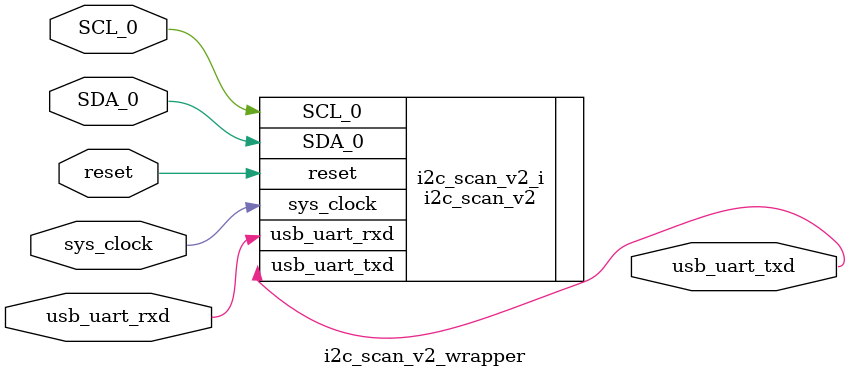
<source format=v>
`timescale 1 ps / 1 ps

module i2c_scan_v2_wrapper
   (SCL_0,
    SDA_0,
    reset,
    sys_clock,
    usb_uart_rxd,
    usb_uart_txd);
  inout SCL_0;
  inout SDA_0;
  input reset;
  input sys_clock;
  input usb_uart_rxd;
  output usb_uart_txd;

  wire SCL_0;
  wire SDA_0;
  wire reset;
  wire sys_clock;
  wire usb_uart_rxd;
  wire usb_uart_txd;

  i2c_scan_v2 i2c_scan_v2_i
       (.SCL_0(SCL_0),
        .SDA_0(SDA_0),
        .reset(reset),
        .sys_clock(sys_clock),
        .usb_uart_rxd(usb_uart_rxd),
        .usb_uart_txd(usb_uart_txd));
endmodule

</source>
